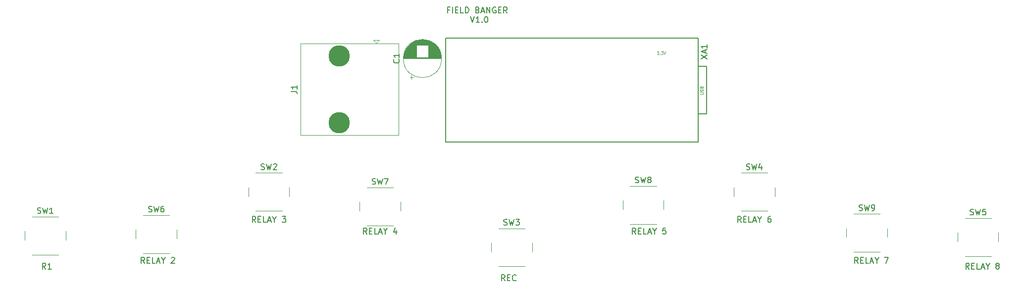
<source format=gbr>
%TF.GenerationSoftware,KiCad,Pcbnew,(6.0.7)*%
%TF.CreationDate,2022-10-09T17:55:30-05:00*%
%TF.ProjectId,FieldBangerPCB,4669656c-6442-4616-9e67-65725043422e,rev?*%
%TF.SameCoordinates,Original*%
%TF.FileFunction,Legend,Top*%
%TF.FilePolarity,Positive*%
%FSLAX46Y46*%
G04 Gerber Fmt 4.6, Leading zero omitted, Abs format (unit mm)*
G04 Created by KiCad (PCBNEW (6.0.7)) date 2022-10-09 17:55:30*
%MOMM*%
%LPD*%
G01*
G04 APERTURE LIST*
%ADD10C,0.150000*%
%ADD11C,0.075000*%
%ADD12C,0.120000*%
%ADD13C,3.650000*%
G04 APERTURE END LIST*
D10*
X206738095Y-76452380D02*
X206404761Y-75976190D01*
X206166666Y-76452380D02*
X206166666Y-75452380D01*
X206547619Y-75452380D01*
X206642857Y-75500000D01*
X206690476Y-75547619D01*
X206738095Y-75642857D01*
X206738095Y-75785714D01*
X206690476Y-75880952D01*
X206642857Y-75928571D01*
X206547619Y-75976190D01*
X206166666Y-75976190D01*
X207166666Y-75928571D02*
X207500000Y-75928571D01*
X207642857Y-76452380D02*
X207166666Y-76452380D01*
X207166666Y-75452380D01*
X207642857Y-75452380D01*
X208547619Y-76452380D02*
X208071428Y-76452380D01*
X208071428Y-75452380D01*
X208833333Y-76166666D02*
X209309523Y-76166666D01*
X208738095Y-76452380D02*
X209071428Y-75452380D01*
X209404761Y-76452380D01*
X209928571Y-75976190D02*
X209928571Y-76452380D01*
X209595238Y-75452380D02*
X209928571Y-75976190D01*
X210261904Y-75452380D01*
X211500000Y-75880952D02*
X211404761Y-75833333D01*
X211357142Y-75785714D01*
X211309523Y-75690476D01*
X211309523Y-75642857D01*
X211357142Y-75547619D01*
X211404761Y-75500000D01*
X211500000Y-75452380D01*
X211690476Y-75452380D01*
X211785714Y-75500000D01*
X211833333Y-75547619D01*
X211880952Y-75642857D01*
X211880952Y-75690476D01*
X211833333Y-75785714D01*
X211785714Y-75833333D01*
X211690476Y-75880952D01*
X211500000Y-75880952D01*
X211404761Y-75928571D01*
X211357142Y-75976190D01*
X211309523Y-76071428D01*
X211309523Y-76261904D01*
X211357142Y-76357142D01*
X211404761Y-76404761D01*
X211500000Y-76452380D01*
X211690476Y-76452380D01*
X211785714Y-76404761D01*
X211833333Y-76357142D01*
X211880952Y-76261904D01*
X211880952Y-76071428D01*
X211833333Y-75976190D01*
X211785714Y-75928571D01*
X211690476Y-75880952D01*
X187738095Y-75452380D02*
X187404761Y-74976190D01*
X187166666Y-75452380D02*
X187166666Y-74452380D01*
X187547619Y-74452380D01*
X187642857Y-74500000D01*
X187690476Y-74547619D01*
X187738095Y-74642857D01*
X187738095Y-74785714D01*
X187690476Y-74880952D01*
X187642857Y-74928571D01*
X187547619Y-74976190D01*
X187166666Y-74976190D01*
X188166666Y-74928571D02*
X188500000Y-74928571D01*
X188642857Y-75452380D02*
X188166666Y-75452380D01*
X188166666Y-74452380D01*
X188642857Y-74452380D01*
X189547619Y-75452380D02*
X189071428Y-75452380D01*
X189071428Y-74452380D01*
X189833333Y-75166666D02*
X190309523Y-75166666D01*
X189738095Y-75452380D02*
X190071428Y-74452380D01*
X190404761Y-75452380D01*
X190928571Y-74976190D02*
X190928571Y-75452380D01*
X190595238Y-74452380D02*
X190928571Y-74976190D01*
X191261904Y-74452380D01*
X192261904Y-74452380D02*
X192928571Y-74452380D01*
X192500000Y-75452380D01*
X103738095Y-70452380D02*
X103404761Y-69976190D01*
X103166666Y-70452380D02*
X103166666Y-69452380D01*
X103547619Y-69452380D01*
X103642857Y-69500000D01*
X103690476Y-69547619D01*
X103738095Y-69642857D01*
X103738095Y-69785714D01*
X103690476Y-69880952D01*
X103642857Y-69928571D01*
X103547619Y-69976190D01*
X103166666Y-69976190D01*
X104166666Y-69928571D02*
X104500000Y-69928571D01*
X104642857Y-70452380D02*
X104166666Y-70452380D01*
X104166666Y-69452380D01*
X104642857Y-69452380D01*
X105547619Y-70452380D02*
X105071428Y-70452380D01*
X105071428Y-69452380D01*
X105833333Y-70166666D02*
X106309523Y-70166666D01*
X105738095Y-70452380D02*
X106071428Y-69452380D01*
X106404761Y-70452380D01*
X106928571Y-69976190D02*
X106928571Y-70452380D01*
X106595238Y-69452380D02*
X106928571Y-69976190D01*
X107261904Y-69452380D01*
X108785714Y-69785714D02*
X108785714Y-70452380D01*
X108547619Y-69404761D02*
X108309523Y-70119047D01*
X108928571Y-70119047D01*
X167738095Y-68452380D02*
X167404761Y-67976190D01*
X167166666Y-68452380D02*
X167166666Y-67452380D01*
X167547619Y-67452380D01*
X167642857Y-67500000D01*
X167690476Y-67547619D01*
X167738095Y-67642857D01*
X167738095Y-67785714D01*
X167690476Y-67880952D01*
X167642857Y-67928571D01*
X167547619Y-67976190D01*
X167166666Y-67976190D01*
X168166666Y-67928571D02*
X168500000Y-67928571D01*
X168642857Y-68452380D02*
X168166666Y-68452380D01*
X168166666Y-67452380D01*
X168642857Y-67452380D01*
X169547619Y-68452380D02*
X169071428Y-68452380D01*
X169071428Y-67452380D01*
X169833333Y-68166666D02*
X170309523Y-68166666D01*
X169738095Y-68452380D02*
X170071428Y-67452380D01*
X170404761Y-68452380D01*
X170928571Y-67976190D02*
X170928571Y-68452380D01*
X170595238Y-67452380D02*
X170928571Y-67976190D01*
X171261904Y-67452380D01*
X172785714Y-67452380D02*
X172595238Y-67452380D01*
X172500000Y-67500000D01*
X172452380Y-67547619D01*
X172357142Y-67690476D01*
X172309523Y-67880952D01*
X172309523Y-68261904D01*
X172357142Y-68357142D01*
X172404761Y-68404761D01*
X172500000Y-68452380D01*
X172690476Y-68452380D01*
X172785714Y-68404761D01*
X172833333Y-68357142D01*
X172880952Y-68261904D01*
X172880952Y-68023809D01*
X172833333Y-67928571D01*
X172785714Y-67880952D01*
X172690476Y-67833333D01*
X172500000Y-67833333D01*
X172404761Y-67880952D01*
X172357142Y-67928571D01*
X172309523Y-68023809D01*
X149738095Y-70452380D02*
X149404761Y-69976190D01*
X149166666Y-70452380D02*
X149166666Y-69452380D01*
X149547619Y-69452380D01*
X149642857Y-69500000D01*
X149690476Y-69547619D01*
X149738095Y-69642857D01*
X149738095Y-69785714D01*
X149690476Y-69880952D01*
X149642857Y-69928571D01*
X149547619Y-69976190D01*
X149166666Y-69976190D01*
X150166666Y-69928571D02*
X150500000Y-69928571D01*
X150642857Y-70452380D02*
X150166666Y-70452380D01*
X150166666Y-69452380D01*
X150642857Y-69452380D01*
X151547619Y-70452380D02*
X151071428Y-70452380D01*
X151071428Y-69452380D01*
X151833333Y-70166666D02*
X152309523Y-70166666D01*
X151738095Y-70452380D02*
X152071428Y-69452380D01*
X152404761Y-70452380D01*
X152928571Y-69976190D02*
X152928571Y-70452380D01*
X152595238Y-69452380D02*
X152928571Y-69976190D01*
X153261904Y-69452380D01*
X154833333Y-69452380D02*
X154357142Y-69452380D01*
X154309523Y-69928571D01*
X154357142Y-69880952D01*
X154452380Y-69833333D01*
X154690476Y-69833333D01*
X154785714Y-69880952D01*
X154833333Y-69928571D01*
X154880952Y-70023809D01*
X154880952Y-70261904D01*
X154833333Y-70357142D01*
X154785714Y-70404761D01*
X154690476Y-70452380D01*
X154452380Y-70452380D01*
X154357142Y-70404761D01*
X154309523Y-70357142D01*
X84738095Y-68452380D02*
X84404761Y-67976190D01*
X84166666Y-68452380D02*
X84166666Y-67452380D01*
X84547619Y-67452380D01*
X84642857Y-67500000D01*
X84690476Y-67547619D01*
X84738095Y-67642857D01*
X84738095Y-67785714D01*
X84690476Y-67880952D01*
X84642857Y-67928571D01*
X84547619Y-67976190D01*
X84166666Y-67976190D01*
X85166666Y-67928571D02*
X85500000Y-67928571D01*
X85642857Y-68452380D02*
X85166666Y-68452380D01*
X85166666Y-67452380D01*
X85642857Y-67452380D01*
X86547619Y-68452380D02*
X86071428Y-68452380D01*
X86071428Y-67452380D01*
X86833333Y-68166666D02*
X87309523Y-68166666D01*
X86738095Y-68452380D02*
X87071428Y-67452380D01*
X87404761Y-68452380D01*
X87928571Y-67976190D02*
X87928571Y-68452380D01*
X87595238Y-67452380D02*
X87928571Y-67976190D01*
X88261904Y-67452380D01*
X89261904Y-67452380D02*
X89880952Y-67452380D01*
X89547619Y-67833333D01*
X89690476Y-67833333D01*
X89785714Y-67880952D01*
X89833333Y-67928571D01*
X89880952Y-68023809D01*
X89880952Y-68261904D01*
X89833333Y-68357142D01*
X89785714Y-68404761D01*
X89690476Y-68452380D01*
X89404761Y-68452380D01*
X89309523Y-68404761D01*
X89261904Y-68357142D01*
X48833333Y-76452380D02*
X48500000Y-75976190D01*
X48261904Y-76452380D02*
X48261904Y-75452380D01*
X48642857Y-75452380D01*
X48738095Y-75500000D01*
X48785714Y-75547619D01*
X48833333Y-75642857D01*
X48833333Y-75785714D01*
X48785714Y-75880952D01*
X48738095Y-75928571D01*
X48642857Y-75976190D01*
X48261904Y-75976190D01*
X49785714Y-76452380D02*
X49214285Y-76452380D01*
X49500000Y-76452380D02*
X49500000Y-75452380D01*
X49404761Y-75595238D01*
X49309523Y-75690476D01*
X49214285Y-75738095D01*
X117880952Y-32123571D02*
X117547619Y-32123571D01*
X117547619Y-32647380D02*
X117547619Y-31647380D01*
X118023809Y-31647380D01*
X118404761Y-32647380D02*
X118404761Y-31647380D01*
X118880952Y-32123571D02*
X119214285Y-32123571D01*
X119357142Y-32647380D02*
X118880952Y-32647380D01*
X118880952Y-31647380D01*
X119357142Y-31647380D01*
X120261904Y-32647380D02*
X119785714Y-32647380D01*
X119785714Y-31647380D01*
X120595238Y-32647380D02*
X120595238Y-31647380D01*
X120833333Y-31647380D01*
X120976190Y-31695000D01*
X121071428Y-31790238D01*
X121119047Y-31885476D01*
X121166666Y-32075952D01*
X121166666Y-32218809D01*
X121119047Y-32409285D01*
X121071428Y-32504523D01*
X120976190Y-32599761D01*
X120833333Y-32647380D01*
X120595238Y-32647380D01*
X122690476Y-32123571D02*
X122833333Y-32171190D01*
X122880952Y-32218809D01*
X122928571Y-32314047D01*
X122928571Y-32456904D01*
X122880952Y-32552142D01*
X122833333Y-32599761D01*
X122738095Y-32647380D01*
X122357142Y-32647380D01*
X122357142Y-31647380D01*
X122690476Y-31647380D01*
X122785714Y-31695000D01*
X122833333Y-31742619D01*
X122880952Y-31837857D01*
X122880952Y-31933095D01*
X122833333Y-32028333D01*
X122785714Y-32075952D01*
X122690476Y-32123571D01*
X122357142Y-32123571D01*
X123309523Y-32361666D02*
X123785714Y-32361666D01*
X123214285Y-32647380D02*
X123547619Y-31647380D01*
X123880952Y-32647380D01*
X124214285Y-32647380D02*
X124214285Y-31647380D01*
X124785714Y-32647380D01*
X124785714Y-31647380D01*
X125785714Y-31695000D02*
X125690476Y-31647380D01*
X125547619Y-31647380D01*
X125404761Y-31695000D01*
X125309523Y-31790238D01*
X125261904Y-31885476D01*
X125214285Y-32075952D01*
X125214285Y-32218809D01*
X125261904Y-32409285D01*
X125309523Y-32504523D01*
X125404761Y-32599761D01*
X125547619Y-32647380D01*
X125642857Y-32647380D01*
X125785714Y-32599761D01*
X125833333Y-32552142D01*
X125833333Y-32218809D01*
X125642857Y-32218809D01*
X126261904Y-32123571D02*
X126595238Y-32123571D01*
X126738095Y-32647380D02*
X126261904Y-32647380D01*
X126261904Y-31647380D01*
X126738095Y-31647380D01*
X127738095Y-32647380D02*
X127404761Y-32171190D01*
X127166666Y-32647380D02*
X127166666Y-31647380D01*
X127547619Y-31647380D01*
X127642857Y-31695000D01*
X127690476Y-31742619D01*
X127738095Y-31837857D01*
X127738095Y-31980714D01*
X127690476Y-32075952D01*
X127642857Y-32123571D01*
X127547619Y-32171190D01*
X127166666Y-32171190D01*
X121476190Y-33257380D02*
X121809523Y-34257380D01*
X122142857Y-33257380D01*
X123000000Y-34257380D02*
X122428571Y-34257380D01*
X122714285Y-34257380D02*
X122714285Y-33257380D01*
X122619047Y-33400238D01*
X122523809Y-33495476D01*
X122428571Y-33543095D01*
X123428571Y-34162142D02*
X123476190Y-34209761D01*
X123428571Y-34257380D01*
X123380952Y-34209761D01*
X123428571Y-34162142D01*
X123428571Y-34257380D01*
X124095238Y-33257380D02*
X124190476Y-33257380D01*
X124285714Y-33305000D01*
X124333333Y-33352619D01*
X124380952Y-33447857D01*
X124428571Y-33638333D01*
X124428571Y-33876428D01*
X124380952Y-34066904D01*
X124333333Y-34162142D01*
X124285714Y-34209761D01*
X124190476Y-34257380D01*
X124095238Y-34257380D01*
X124000000Y-34209761D01*
X123952380Y-34162142D01*
X123904761Y-34066904D01*
X123857142Y-33876428D01*
X123857142Y-33638333D01*
X123904761Y-33447857D01*
X123952380Y-33352619D01*
X124000000Y-33305000D01*
X124095238Y-33257380D01*
X127357142Y-78452380D02*
X127023809Y-77976190D01*
X126785714Y-78452380D02*
X126785714Y-77452380D01*
X127166666Y-77452380D01*
X127261904Y-77500000D01*
X127309523Y-77547619D01*
X127357142Y-77642857D01*
X127357142Y-77785714D01*
X127309523Y-77880952D01*
X127261904Y-77928571D01*
X127166666Y-77976190D01*
X126785714Y-77976190D01*
X127785714Y-77928571D02*
X128119047Y-77928571D01*
X128261904Y-78452380D02*
X127785714Y-78452380D01*
X127785714Y-77452380D01*
X128261904Y-77452380D01*
X129261904Y-78357142D02*
X129214285Y-78404761D01*
X129071428Y-78452380D01*
X128976190Y-78452380D01*
X128833333Y-78404761D01*
X128738095Y-78309523D01*
X128690476Y-78214285D01*
X128642857Y-78023809D01*
X128642857Y-77880952D01*
X128690476Y-77690476D01*
X128738095Y-77595238D01*
X128833333Y-77500000D01*
X128976190Y-77452380D01*
X129071428Y-77452380D01*
X129214285Y-77500000D01*
X129261904Y-77547619D01*
X65738095Y-75452380D02*
X65404761Y-74976190D01*
X65166666Y-75452380D02*
X65166666Y-74452380D01*
X65547619Y-74452380D01*
X65642857Y-74500000D01*
X65690476Y-74547619D01*
X65738095Y-74642857D01*
X65738095Y-74785714D01*
X65690476Y-74880952D01*
X65642857Y-74928571D01*
X65547619Y-74976190D01*
X65166666Y-74976190D01*
X66166666Y-74928571D02*
X66500000Y-74928571D01*
X66642857Y-75452380D02*
X66166666Y-75452380D01*
X66166666Y-74452380D01*
X66642857Y-74452380D01*
X67547619Y-75452380D02*
X67071428Y-75452380D01*
X67071428Y-74452380D01*
X67833333Y-75166666D02*
X68309523Y-75166666D01*
X67738095Y-75452380D02*
X68071428Y-74452380D01*
X68404761Y-75452380D01*
X68928571Y-74976190D02*
X68928571Y-75452380D01*
X68595238Y-74452380D02*
X68928571Y-74976190D01*
X69261904Y-74452380D01*
X70309523Y-74547619D02*
X70357142Y-74500000D01*
X70452380Y-74452380D01*
X70690476Y-74452380D01*
X70785714Y-74500000D01*
X70833333Y-74547619D01*
X70880952Y-74642857D01*
X70880952Y-74738095D01*
X70833333Y-74880952D01*
X70261904Y-75452380D01*
X70880952Y-75452380D01*
%TO.C,C1*%
X109207142Y-40599045D02*
X109254761Y-40646664D01*
X109302380Y-40789521D01*
X109302380Y-40884759D01*
X109254761Y-41027617D01*
X109159523Y-41122855D01*
X109064285Y-41170474D01*
X108873809Y-41218093D01*
X108730952Y-41218093D01*
X108540476Y-41170474D01*
X108445238Y-41122855D01*
X108350000Y-41027617D01*
X108302380Y-40884759D01*
X108302380Y-40789521D01*
X108350000Y-40646664D01*
X108397619Y-40599045D01*
X109302380Y-39646664D02*
X109302380Y-40218093D01*
X109302380Y-39932379D02*
X108302380Y-39932379D01*
X108445238Y-40027617D01*
X108540476Y-40122855D01*
X108588095Y-40218093D01*
%TO.C,SW4*%
X168666666Y-59404761D02*
X168809523Y-59452380D01*
X169047619Y-59452380D01*
X169142857Y-59404761D01*
X169190476Y-59357142D01*
X169238095Y-59261904D01*
X169238095Y-59166666D01*
X169190476Y-59071428D01*
X169142857Y-59023809D01*
X169047619Y-58976190D01*
X168857142Y-58928571D01*
X168761904Y-58880952D01*
X168714285Y-58833333D01*
X168666666Y-58738095D01*
X168666666Y-58642857D01*
X168714285Y-58547619D01*
X168761904Y-58500000D01*
X168857142Y-58452380D01*
X169095238Y-58452380D01*
X169238095Y-58500000D01*
X169571428Y-58452380D02*
X169809523Y-59452380D01*
X170000000Y-58738095D01*
X170190476Y-59452380D01*
X170428571Y-58452380D01*
X171238095Y-58785714D02*
X171238095Y-59452380D01*
X171000000Y-58404761D02*
X170761904Y-59119047D01*
X171380952Y-59119047D01*
%TO.C,XA1*%
X160888380Y-40504095D02*
X161888380Y-39837428D01*
X160888380Y-39837428D02*
X161888380Y-40504095D01*
X161602666Y-39504095D02*
X161602666Y-39027904D01*
X161888380Y-39599333D02*
X160888380Y-39266000D01*
X161888380Y-38932666D01*
X161888380Y-38075523D02*
X161888380Y-38646952D01*
X161888380Y-38361238D02*
X160888380Y-38361238D01*
X161031238Y-38456476D01*
X161126476Y-38551714D01*
X161174095Y-38646952D01*
D11*
X153331904Y-39246190D02*
X153641428Y-39246190D01*
X153474761Y-39436666D01*
X153546190Y-39436666D01*
X153593809Y-39460476D01*
X153617619Y-39484285D01*
X153641428Y-39531904D01*
X153641428Y-39650952D01*
X153617619Y-39698571D01*
X153593809Y-39722380D01*
X153546190Y-39746190D01*
X153403333Y-39746190D01*
X153355714Y-39722380D01*
X153331904Y-39698571D01*
X153855714Y-39698571D02*
X153879523Y-39722380D01*
X153855714Y-39746190D01*
X153831904Y-39722380D01*
X153855714Y-39698571D01*
X153855714Y-39746190D01*
X154046190Y-39246190D02*
X154355714Y-39246190D01*
X154189047Y-39436666D01*
X154260476Y-39436666D01*
X154308095Y-39460476D01*
X154331904Y-39484285D01*
X154355714Y-39531904D01*
X154355714Y-39650952D01*
X154331904Y-39698571D01*
X154308095Y-39722380D01*
X154260476Y-39746190D01*
X154117619Y-39746190D01*
X154070000Y-39722380D01*
X154046190Y-39698571D01*
X154498571Y-39246190D02*
X154665238Y-39746190D01*
X154831904Y-39246190D01*
X160781190Y-46500952D02*
X161185952Y-46500952D01*
X161233571Y-46477142D01*
X161257380Y-46453333D01*
X161281190Y-46405714D01*
X161281190Y-46310476D01*
X161257380Y-46262857D01*
X161233571Y-46239047D01*
X161185952Y-46215238D01*
X160781190Y-46215238D01*
X161257380Y-46000952D02*
X161281190Y-45929523D01*
X161281190Y-45810476D01*
X161257380Y-45762857D01*
X161233571Y-45739047D01*
X161185952Y-45715238D01*
X161138333Y-45715238D01*
X161090714Y-45739047D01*
X161066904Y-45762857D01*
X161043095Y-45810476D01*
X161019285Y-45905714D01*
X160995476Y-45953333D01*
X160971666Y-45977142D01*
X160924047Y-46000952D01*
X160876428Y-46000952D01*
X160828809Y-45977142D01*
X160805000Y-45953333D01*
X160781190Y-45905714D01*
X160781190Y-45786666D01*
X160805000Y-45715238D01*
X161019285Y-45334285D02*
X161043095Y-45262857D01*
X161066904Y-45239047D01*
X161114523Y-45215238D01*
X161185952Y-45215238D01*
X161233571Y-45239047D01*
X161257380Y-45262857D01*
X161281190Y-45310476D01*
X161281190Y-45500952D01*
X160781190Y-45500952D01*
X160781190Y-45334285D01*
X160805000Y-45286666D01*
X160828809Y-45262857D01*
X160876428Y-45239047D01*
X160924047Y-45239047D01*
X160971666Y-45262857D01*
X160995476Y-45286666D01*
X161019285Y-45334285D01*
X161019285Y-45500952D01*
D10*
%TO.C,SW5*%
X206916666Y-67154761D02*
X207059523Y-67202380D01*
X207297619Y-67202380D01*
X207392857Y-67154761D01*
X207440476Y-67107142D01*
X207488095Y-67011904D01*
X207488095Y-66916666D01*
X207440476Y-66821428D01*
X207392857Y-66773809D01*
X207297619Y-66726190D01*
X207107142Y-66678571D01*
X207011904Y-66630952D01*
X206964285Y-66583333D01*
X206916666Y-66488095D01*
X206916666Y-66392857D01*
X206964285Y-66297619D01*
X207011904Y-66250000D01*
X207107142Y-66202380D01*
X207345238Y-66202380D01*
X207488095Y-66250000D01*
X207821428Y-66202380D02*
X208059523Y-67202380D01*
X208250000Y-66488095D01*
X208440476Y-67202380D01*
X208678571Y-66202380D01*
X209535714Y-66202380D02*
X209059523Y-66202380D01*
X209011904Y-66678571D01*
X209059523Y-66630952D01*
X209154761Y-66583333D01*
X209392857Y-66583333D01*
X209488095Y-66630952D01*
X209535714Y-66678571D01*
X209583333Y-66773809D01*
X209583333Y-67011904D01*
X209535714Y-67107142D01*
X209488095Y-67154761D01*
X209392857Y-67202380D01*
X209154761Y-67202380D01*
X209059523Y-67154761D01*
X209011904Y-67107142D01*
%TO.C,SW8*%
X149666666Y-61654761D02*
X149809523Y-61702380D01*
X150047619Y-61702380D01*
X150142857Y-61654761D01*
X150190476Y-61607142D01*
X150238095Y-61511904D01*
X150238095Y-61416666D01*
X150190476Y-61321428D01*
X150142857Y-61273809D01*
X150047619Y-61226190D01*
X149857142Y-61178571D01*
X149761904Y-61130952D01*
X149714285Y-61083333D01*
X149666666Y-60988095D01*
X149666666Y-60892857D01*
X149714285Y-60797619D01*
X149761904Y-60750000D01*
X149857142Y-60702380D01*
X150095238Y-60702380D01*
X150238095Y-60750000D01*
X150571428Y-60702380D02*
X150809523Y-61702380D01*
X151000000Y-60988095D01*
X151190476Y-61702380D01*
X151428571Y-60702380D01*
X151952380Y-61130952D02*
X151857142Y-61083333D01*
X151809523Y-61035714D01*
X151761904Y-60940476D01*
X151761904Y-60892857D01*
X151809523Y-60797619D01*
X151857142Y-60750000D01*
X151952380Y-60702380D01*
X152142857Y-60702380D01*
X152238095Y-60750000D01*
X152285714Y-60797619D01*
X152333333Y-60892857D01*
X152333333Y-60940476D01*
X152285714Y-61035714D01*
X152238095Y-61083333D01*
X152142857Y-61130952D01*
X151952380Y-61130952D01*
X151857142Y-61178571D01*
X151809523Y-61226190D01*
X151761904Y-61321428D01*
X151761904Y-61511904D01*
X151809523Y-61607142D01*
X151857142Y-61654761D01*
X151952380Y-61702380D01*
X152142857Y-61702380D01*
X152238095Y-61654761D01*
X152285714Y-61607142D01*
X152333333Y-61511904D01*
X152333333Y-61321428D01*
X152285714Y-61226190D01*
X152238095Y-61178571D01*
X152142857Y-61130952D01*
%TO.C,SW9*%
X187916666Y-66404761D02*
X188059523Y-66452380D01*
X188297619Y-66452380D01*
X188392857Y-66404761D01*
X188440476Y-66357142D01*
X188488095Y-66261904D01*
X188488095Y-66166666D01*
X188440476Y-66071428D01*
X188392857Y-66023809D01*
X188297619Y-65976190D01*
X188107142Y-65928571D01*
X188011904Y-65880952D01*
X187964285Y-65833333D01*
X187916666Y-65738095D01*
X187916666Y-65642857D01*
X187964285Y-65547619D01*
X188011904Y-65500000D01*
X188107142Y-65452380D01*
X188345238Y-65452380D01*
X188488095Y-65500000D01*
X188821428Y-65452380D02*
X189059523Y-66452380D01*
X189250000Y-65738095D01*
X189440476Y-66452380D01*
X189678571Y-65452380D01*
X190107142Y-66452380D02*
X190297619Y-66452380D01*
X190392857Y-66404761D01*
X190440476Y-66357142D01*
X190535714Y-66214285D01*
X190583333Y-66023809D01*
X190583333Y-65642857D01*
X190535714Y-65547619D01*
X190488095Y-65500000D01*
X190392857Y-65452380D01*
X190202380Y-65452380D01*
X190107142Y-65500000D01*
X190059523Y-65547619D01*
X190011904Y-65642857D01*
X190011904Y-65880952D01*
X190059523Y-65976190D01*
X190107142Y-66023809D01*
X190202380Y-66071428D01*
X190392857Y-66071428D01*
X190488095Y-66023809D01*
X190535714Y-65976190D01*
X190583333Y-65880952D01*
%TO.C,J1*%
X90802380Y-46053333D02*
X91516666Y-46053333D01*
X91659523Y-46100952D01*
X91754761Y-46196190D01*
X91802380Y-46339047D01*
X91802380Y-46434285D01*
X91802380Y-45053333D02*
X91802380Y-45624761D01*
X91802380Y-45339047D02*
X90802380Y-45339047D01*
X90945238Y-45434285D01*
X91040476Y-45529523D01*
X91088095Y-45624761D01*
%TO.C,SW3*%
X127166666Y-68904761D02*
X127309523Y-68952380D01*
X127547619Y-68952380D01*
X127642857Y-68904761D01*
X127690476Y-68857142D01*
X127738095Y-68761904D01*
X127738095Y-68666666D01*
X127690476Y-68571428D01*
X127642857Y-68523809D01*
X127547619Y-68476190D01*
X127357142Y-68428571D01*
X127261904Y-68380952D01*
X127214285Y-68333333D01*
X127166666Y-68238095D01*
X127166666Y-68142857D01*
X127214285Y-68047619D01*
X127261904Y-68000000D01*
X127357142Y-67952380D01*
X127595238Y-67952380D01*
X127738095Y-68000000D01*
X128071428Y-67952380D02*
X128309523Y-68952380D01*
X128500000Y-68238095D01*
X128690476Y-68952380D01*
X128928571Y-67952380D01*
X129214285Y-67952380D02*
X129833333Y-67952380D01*
X129500000Y-68333333D01*
X129642857Y-68333333D01*
X129738095Y-68380952D01*
X129785714Y-68428571D01*
X129833333Y-68523809D01*
X129833333Y-68761904D01*
X129785714Y-68857142D01*
X129738095Y-68904761D01*
X129642857Y-68952380D01*
X129357142Y-68952380D01*
X129261904Y-68904761D01*
X129214285Y-68857142D01*
%TO.C,SW6*%
X66416666Y-66654761D02*
X66559523Y-66702380D01*
X66797619Y-66702380D01*
X66892857Y-66654761D01*
X66940476Y-66607142D01*
X66988095Y-66511904D01*
X66988095Y-66416666D01*
X66940476Y-66321428D01*
X66892857Y-66273809D01*
X66797619Y-66226190D01*
X66607142Y-66178571D01*
X66511904Y-66130952D01*
X66464285Y-66083333D01*
X66416666Y-65988095D01*
X66416666Y-65892857D01*
X66464285Y-65797619D01*
X66511904Y-65750000D01*
X66607142Y-65702380D01*
X66845238Y-65702380D01*
X66988095Y-65750000D01*
X67321428Y-65702380D02*
X67559523Y-66702380D01*
X67750000Y-65988095D01*
X67940476Y-66702380D01*
X68178571Y-65702380D01*
X68988095Y-65702380D02*
X68797619Y-65702380D01*
X68702380Y-65750000D01*
X68654761Y-65797619D01*
X68559523Y-65940476D01*
X68511904Y-66130952D01*
X68511904Y-66511904D01*
X68559523Y-66607142D01*
X68607142Y-66654761D01*
X68702380Y-66702380D01*
X68892857Y-66702380D01*
X68988095Y-66654761D01*
X69035714Y-66607142D01*
X69083333Y-66511904D01*
X69083333Y-66273809D01*
X69035714Y-66178571D01*
X68988095Y-66130952D01*
X68892857Y-66083333D01*
X68702380Y-66083333D01*
X68607142Y-66130952D01*
X68559523Y-66178571D01*
X68511904Y-66273809D01*
%TO.C,SW2*%
X85666666Y-59404761D02*
X85809523Y-59452380D01*
X86047619Y-59452380D01*
X86142857Y-59404761D01*
X86190476Y-59357142D01*
X86238095Y-59261904D01*
X86238095Y-59166666D01*
X86190476Y-59071428D01*
X86142857Y-59023809D01*
X86047619Y-58976190D01*
X85857142Y-58928571D01*
X85761904Y-58880952D01*
X85714285Y-58833333D01*
X85666666Y-58738095D01*
X85666666Y-58642857D01*
X85714285Y-58547619D01*
X85761904Y-58500000D01*
X85857142Y-58452380D01*
X86095238Y-58452380D01*
X86238095Y-58500000D01*
X86571428Y-58452380D02*
X86809523Y-59452380D01*
X87000000Y-58738095D01*
X87190476Y-59452380D01*
X87428571Y-58452380D01*
X87761904Y-58547619D02*
X87809523Y-58500000D01*
X87904761Y-58452380D01*
X88142857Y-58452380D01*
X88238095Y-58500000D01*
X88285714Y-58547619D01*
X88333333Y-58642857D01*
X88333333Y-58738095D01*
X88285714Y-58880952D01*
X87714285Y-59452380D01*
X88333333Y-59452380D01*
%TO.C,SW7*%
X104666666Y-61904761D02*
X104809523Y-61952380D01*
X105047619Y-61952380D01*
X105142857Y-61904761D01*
X105190476Y-61857142D01*
X105238095Y-61761904D01*
X105238095Y-61666666D01*
X105190476Y-61571428D01*
X105142857Y-61523809D01*
X105047619Y-61476190D01*
X104857142Y-61428571D01*
X104761904Y-61380952D01*
X104714285Y-61333333D01*
X104666666Y-61238095D01*
X104666666Y-61142857D01*
X104714285Y-61047619D01*
X104761904Y-61000000D01*
X104857142Y-60952380D01*
X105095238Y-60952380D01*
X105238095Y-61000000D01*
X105571428Y-60952380D02*
X105809523Y-61952380D01*
X106000000Y-61238095D01*
X106190476Y-61952380D01*
X106428571Y-60952380D01*
X106714285Y-60952380D02*
X107380952Y-60952380D01*
X106952380Y-61952380D01*
%TO.C,SW1*%
X47416666Y-66904761D02*
X47559523Y-66952380D01*
X47797619Y-66952380D01*
X47892857Y-66904761D01*
X47940476Y-66857142D01*
X47988095Y-66761904D01*
X47988095Y-66666666D01*
X47940476Y-66571428D01*
X47892857Y-66523809D01*
X47797619Y-66476190D01*
X47607142Y-66428571D01*
X47511904Y-66380952D01*
X47464285Y-66333333D01*
X47416666Y-66238095D01*
X47416666Y-66142857D01*
X47464285Y-66047619D01*
X47511904Y-66000000D01*
X47607142Y-65952380D01*
X47845238Y-65952380D01*
X47988095Y-66000000D01*
X48321428Y-65952380D02*
X48559523Y-66952380D01*
X48750000Y-66238095D01*
X48940476Y-66952380D01*
X49178571Y-65952380D01*
X50083333Y-66952380D02*
X49511904Y-66952380D01*
X49797619Y-66952380D02*
X49797619Y-65952380D01*
X49702380Y-66095238D01*
X49607142Y-66190476D01*
X49511904Y-66238095D01*
D12*
%TO.C,C1*%
X114290000Y-38431379D02*
X115798000Y-38431379D01*
X114290000Y-38951379D02*
X116126000Y-38951379D01*
X110203000Y-39351379D02*
X112210000Y-39351379D01*
X111360000Y-37791379D02*
X115140000Y-37791379D01*
X110119000Y-39631379D02*
X112210000Y-39631379D01*
X110020000Y-40352379D02*
X116480000Y-40352379D01*
X114290000Y-39551379D02*
X116360000Y-39551379D01*
X114290000Y-39431379D02*
X116324000Y-39431379D01*
X110020000Y-40392379D02*
X116480000Y-40392379D01*
X111416000Y-37751379D02*
X115084000Y-37751379D01*
X111255000Y-37871379D02*
X115245000Y-37871379D01*
X114290000Y-39872379D02*
X116432000Y-39872379D01*
X114290000Y-38831379D02*
X116062000Y-38831379D01*
X110394000Y-38911379D02*
X112210000Y-38911379D01*
X110945000Y-38151379D02*
X112210000Y-38151379D01*
X110068000Y-39872379D02*
X112210000Y-39872379D01*
X112448000Y-37271379D02*
X114052000Y-37271379D01*
X110022000Y-40312379D02*
X116478000Y-40312379D01*
X114290000Y-38791379D02*
X116040000Y-38791379D01*
X111411000Y-43932620D02*
X111411000Y-43302620D01*
X114290000Y-38711379D02*
X115992000Y-38711379D01*
X112848000Y-37191379D02*
X113652000Y-37191379D01*
X114290000Y-39792379D02*
X116417000Y-39792379D01*
X114290000Y-39191379D02*
X116236000Y-39191379D01*
X110438000Y-38831379D02*
X112210000Y-38831379D01*
X114290000Y-38671379D02*
X115966000Y-38671379D01*
X114290000Y-39912379D02*
X116439000Y-39912379D01*
X111741000Y-37551379D02*
X114759000Y-37551379D01*
X111026000Y-38071379D02*
X115474000Y-38071379D01*
X114290000Y-39271379D02*
X116268000Y-39271379D01*
X110766000Y-38351379D02*
X112210000Y-38351379D01*
X111600000Y-37631379D02*
X114900000Y-37631379D01*
X114290000Y-39832379D02*
X116425000Y-39832379D01*
X114290000Y-40152379D02*
X116468000Y-40152379D01*
X110586000Y-38591379D02*
X112210000Y-38591379D01*
X111818000Y-37511379D02*
X114682000Y-37511379D01*
X110049000Y-39992379D02*
X112210000Y-39992379D01*
X110416000Y-38871379D02*
X112210000Y-38871379D01*
X114290000Y-39631379D02*
X116381000Y-39631379D01*
X110028000Y-40192379D02*
X112210000Y-40192379D01*
X110834000Y-38271379D02*
X112210000Y-38271379D01*
X110560000Y-38631379D02*
X112210000Y-38631379D01*
X111474000Y-37711379D02*
X115026000Y-37711379D01*
X114290000Y-38551379D02*
X115886000Y-38551379D01*
X112617000Y-37231379D02*
X113883000Y-37231379D01*
X114290000Y-38151379D02*
X115555000Y-38151379D01*
X114290000Y-38471379D02*
X115828000Y-38471379D01*
X114290000Y-40112379D02*
X116465000Y-40112379D01*
X110280000Y-39151379D02*
X112210000Y-39151379D01*
X110035000Y-40112379D02*
X112210000Y-40112379D01*
X110460000Y-38791379D02*
X112210000Y-38791379D01*
X110298000Y-39111379D02*
X112210000Y-39111379D01*
X114290000Y-38751379D02*
X116016000Y-38751379D01*
X111113000Y-37991379D02*
X115387000Y-37991379D01*
X110643000Y-38511379D02*
X112210000Y-38511379D01*
X114290000Y-39671379D02*
X116391000Y-39671379D01*
X114290000Y-39151379D02*
X116220000Y-39151379D01*
X114290000Y-39031379D02*
X116166000Y-39031379D01*
X111206000Y-37911379D02*
X115294000Y-37911379D01*
X111158000Y-37951379D02*
X115342000Y-37951379D01*
X114290000Y-39111379D02*
X116202000Y-39111379D01*
X110907000Y-38191379D02*
X112210000Y-38191379D01*
X114290000Y-39471379D02*
X116336000Y-39471379D01*
X111900000Y-37471379D02*
X114600000Y-37471379D01*
X110100000Y-39711379D02*
X112210000Y-39711379D01*
X110316000Y-39071379D02*
X112210000Y-39071379D01*
X114290000Y-38191379D02*
X115593000Y-38191379D01*
X110232000Y-39271379D02*
X112210000Y-39271379D01*
X114290000Y-38911379D02*
X116106000Y-38911379D01*
X114290000Y-39952379D02*
X116445000Y-39952379D01*
X110140000Y-39551379D02*
X112210000Y-39551379D01*
X114290000Y-38511379D02*
X115857000Y-38511379D01*
X114290000Y-38271379D02*
X115666000Y-38271379D01*
X110217000Y-39311379D02*
X112210000Y-39311379D01*
X114290000Y-39711379D02*
X116400000Y-39711379D01*
X111096000Y-43617620D02*
X111726000Y-43617620D01*
X114290000Y-38871379D02*
X116084000Y-38871379D01*
X111536000Y-37671379D02*
X114964000Y-37671379D01*
X110870000Y-38231379D02*
X112210000Y-38231379D01*
X111669000Y-37591379D02*
X114831000Y-37591379D01*
X110075000Y-39832379D02*
X112210000Y-39832379D01*
X112191000Y-37351379D02*
X114309000Y-37351379D01*
X112310000Y-37311379D02*
X114190000Y-37311379D01*
X114290000Y-39992379D02*
X116451000Y-39992379D01*
X110354000Y-38991379D02*
X112210000Y-38991379D01*
X114290000Y-39391379D02*
X116311000Y-39391379D01*
X110061000Y-39912379D02*
X112210000Y-39912379D01*
X110091000Y-39752379D02*
X112210000Y-39752379D01*
X110152000Y-39511379D02*
X112210000Y-39511379D01*
X110020000Y-40432379D02*
X116480000Y-40432379D01*
X114290000Y-39591379D02*
X116371000Y-39591379D01*
X110484000Y-38751379D02*
X112210000Y-38751379D01*
X110129000Y-39591379D02*
X112210000Y-39591379D01*
X114290000Y-39311379D02*
X116283000Y-39311379D01*
X110109000Y-39671379D02*
X112210000Y-39671379D01*
X110032000Y-40152379D02*
X112210000Y-40152379D01*
X110800000Y-38311379D02*
X112210000Y-38311379D01*
X110985000Y-38111379D02*
X115515000Y-38111379D01*
X114290000Y-38991379D02*
X116146000Y-38991379D01*
X110672000Y-38471379D02*
X112210000Y-38471379D01*
X114290000Y-40192379D02*
X116472000Y-40192379D01*
X110164000Y-39471379D02*
X112210000Y-39471379D01*
X114290000Y-39511379D02*
X116348000Y-39511379D01*
X112085000Y-37391379D02*
X114415000Y-37391379D01*
X110614000Y-38551379D02*
X112210000Y-38551379D01*
X114290000Y-38391379D02*
X115766000Y-38391379D01*
X114290000Y-39351379D02*
X116297000Y-39351379D01*
X111068000Y-38031379D02*
X115432000Y-38031379D01*
X111306000Y-37831379D02*
X115194000Y-37831379D01*
X111988000Y-37431379D02*
X114512000Y-37431379D01*
X114290000Y-40032379D02*
X116456000Y-40032379D01*
X114290000Y-38231379D02*
X115630000Y-38231379D01*
X110508000Y-38711379D02*
X112210000Y-38711379D01*
X110083000Y-39792379D02*
X112210000Y-39792379D01*
X114290000Y-39071379D02*
X116184000Y-39071379D01*
X110023000Y-40272379D02*
X116477000Y-40272379D01*
X114290000Y-38351379D02*
X115734000Y-38351379D01*
X114290000Y-38631379D02*
X115940000Y-38631379D01*
X110702000Y-38431379D02*
X112210000Y-38431379D01*
X114290000Y-40072379D02*
X116461000Y-40072379D01*
X110374000Y-38951379D02*
X112210000Y-38951379D01*
X114290000Y-38591379D02*
X115914000Y-38591379D01*
X110044000Y-40032379D02*
X112210000Y-40032379D01*
X110734000Y-38391379D02*
X112210000Y-38391379D01*
X110264000Y-39191379D02*
X112210000Y-39191379D01*
X110176000Y-39431379D02*
X112210000Y-39431379D01*
X110189000Y-39391379D02*
X112210000Y-39391379D01*
X110039000Y-40072379D02*
X112210000Y-40072379D01*
X110248000Y-39231379D02*
X112210000Y-39231379D01*
X114290000Y-39231379D02*
X116252000Y-39231379D01*
X110055000Y-39952379D02*
X112210000Y-39952379D01*
X110334000Y-39031379D02*
X112210000Y-39031379D01*
X114290000Y-39752379D02*
X116409000Y-39752379D01*
X114290000Y-38311379D02*
X115700000Y-38311379D01*
X110534000Y-38671379D02*
X112210000Y-38671379D01*
X110026000Y-40232379D02*
X116474000Y-40232379D01*
X116520000Y-40432379D02*
G75*
G03*
X116520000Y-40432379I-3270000J0D01*
G01*
%TO.C,SW4*%
X172250000Y-60000000D02*
X167750000Y-60000000D01*
X167750000Y-66500000D02*
X172250000Y-66500000D01*
X173500000Y-64000000D02*
X173500000Y-62500000D01*
X166500000Y-62500000D02*
X166500000Y-64000000D01*
D10*
%TO.C,XA1*%
X117240000Y-36980000D02*
X160420000Y-36980000D01*
X117240000Y-54760000D02*
X160420000Y-54760000D01*
X160420000Y-54760000D02*
X160420000Y-36980000D01*
X117240000Y-54760000D02*
X117240000Y-36980000D01*
X160420000Y-49934000D02*
X161870000Y-49934000D01*
X161870000Y-49934000D02*
X161870000Y-41806000D01*
X161870000Y-41806000D02*
X160420000Y-41806000D01*
D12*
%TO.C,SW5*%
X211750000Y-71750000D02*
X211750000Y-70250000D01*
X210500000Y-67750000D02*
X206000000Y-67750000D01*
X206000000Y-74250000D02*
X210500000Y-74250000D01*
X204750000Y-70250000D02*
X204750000Y-71750000D01*
%TO.C,SW8*%
X148750000Y-68750000D02*
X153250000Y-68750000D01*
X153250000Y-62250000D02*
X148750000Y-62250000D01*
X147500000Y-64750000D02*
X147500000Y-66250000D01*
X154500000Y-66250000D02*
X154500000Y-64750000D01*
%TO.C,SW9*%
X187000000Y-73500000D02*
X191500000Y-73500000D01*
X191500000Y-67000000D02*
X187000000Y-67000000D01*
X185750000Y-69500000D02*
X185750000Y-71000000D01*
X192750000Y-71000000D02*
X192750000Y-69500000D01*
%TO.C,J1*%
X109140000Y-53580000D02*
X92400000Y-53580000D01*
X109140000Y-37850000D02*
X92400000Y-37850000D01*
X105350000Y-37770000D02*
X105850000Y-37270000D01*
X105850000Y-37270000D02*
X104850000Y-37270000D01*
X92400000Y-53580000D02*
X92400000Y-37850000D01*
X104850000Y-37270000D02*
X105350000Y-37770000D01*
X109140000Y-53570000D02*
X109140000Y-37850000D01*
%TO.C,SW3*%
X125000000Y-72000000D02*
X125000000Y-73500000D01*
X132000000Y-73500000D02*
X132000000Y-72000000D01*
X130750000Y-69500000D02*
X126250000Y-69500000D01*
X126250000Y-76000000D02*
X130750000Y-76000000D01*
%TO.C,SW6*%
X65500000Y-73750000D02*
X70000000Y-73750000D01*
X70000000Y-67250000D02*
X65500000Y-67250000D01*
X64250000Y-69750000D02*
X64250000Y-71250000D01*
X71250000Y-71250000D02*
X71250000Y-69750000D01*
%TO.C,SW2*%
X83500000Y-62500000D02*
X83500000Y-64000000D01*
X90500000Y-64000000D02*
X90500000Y-62500000D01*
X84750000Y-66500000D02*
X89250000Y-66500000D01*
X89250000Y-60000000D02*
X84750000Y-60000000D01*
%TO.C,SW7*%
X102500000Y-65000000D02*
X102500000Y-66500000D01*
X103750000Y-69000000D02*
X108250000Y-69000000D01*
X108250000Y-62500000D02*
X103750000Y-62500000D01*
X109500000Y-66500000D02*
X109500000Y-65000000D01*
%TO.C,SW1*%
X45250000Y-70000000D02*
X45250000Y-71500000D01*
X46500000Y-74000000D02*
X51000000Y-74000000D01*
X52250000Y-71500000D02*
X52250000Y-70000000D01*
X51000000Y-67500000D02*
X46500000Y-67500000D01*
%TD*%
D13*
%TO.C,J1*%
X99000000Y-51430000D03*
X99000000Y-40000000D03*
%TD*%
M02*

</source>
